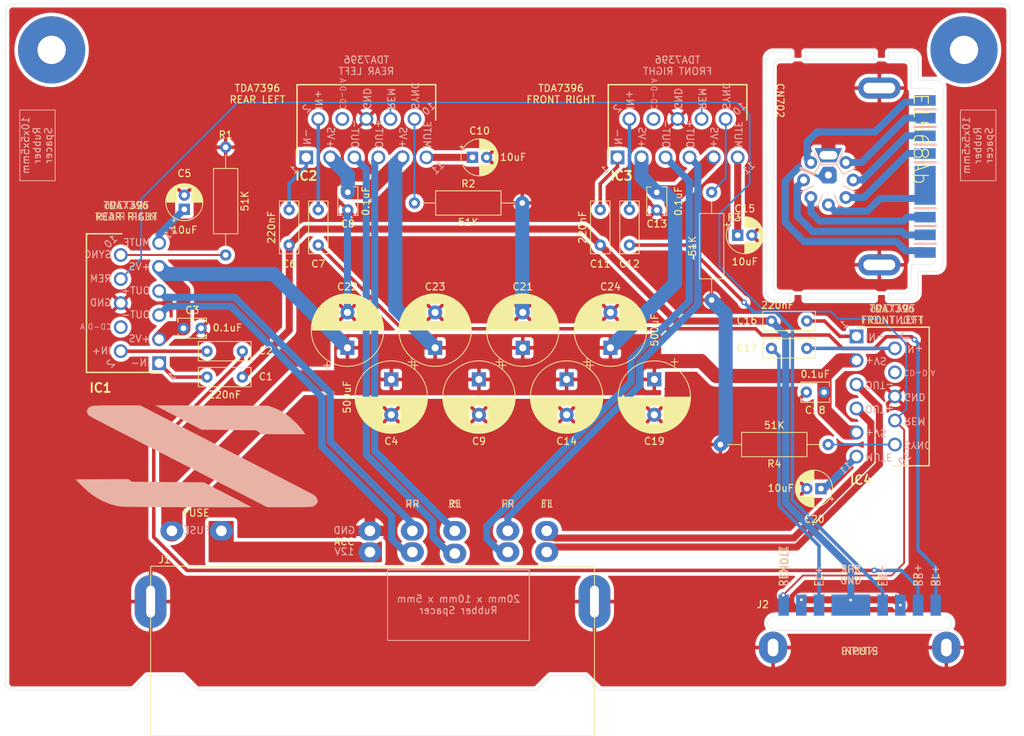
<source format=kicad_pcb>
(kicad_pcb (version 20211014) (generator pcbnew)
  (layers (0 "F.Cu" signal) (31 "B.Cu" signal) (34 "B.Paste" user) (35 "F.Paste" user) (36 "B.SilkS" user "B.Silkscreen") (37 "F.SilkS" user "F.Silkscreen") (38 "B.Mask" user) (39 "F.Mask" user) (44 "Edge.Cuts" user))
  (net 0 "")
  (net 1 "FL-IN-")
  (net 2 "Net-(C1-Pad1)")
  (net 3 "FL-IN+")
  (net 4 "Net-(C2-Pad1)")
  (net 5 "Earth")
  (net 6 "VCC")
  (net 7 "Net-(C5-Pad1)")
  (net 8 "Net-(IC1-Pad10)")
  (net 9 "Net-(IC1-Pad4)")
  (net 10 "FL+")
  (net 11 "FL-")
  (net 12 "Net-(C6-Pad1)")
  (net 13 "FR-IN+")
  (net 14 "Net-(C7-Pad1)")
  (net 15 "Net-(C10-Pad1)")
  (net 16 "Net-(IC2-Pad10)")
  (net 17 "Net-(IC2-Pad4)")
  (net 18 "FR+")
  (net 19 "FR-")
  (net 20 "Net-(C11-Pad1)")
  (net 21 "RL-IN+")
  (net 22 "Net-(C12-Pad1)")
  (net 23 "Net-(C15-Pad1)")
  (net 24 "Net-(IC3-Pad10)")
  (net 25 "Net-(IC3-Pad4)")
  (net 26 "RL+")
  (net 27 "RL-")
  (net 28 "Net-(C16-Pad1)")
  (net 29 "RR-IN+")
  (net 30 "Net-(C17-Pad1)")
  (net 31 "Net-(C20-Pad1)")
  (net 32 "Net-(IC4-Pad10)")
  (net 33 "Net-(IC4-Pad4)")
  (net 34 "RR+")
  (net 35 "RR-")
  (net 36 "Net-(J1-Pad2)")
  (net 37 "REMOTE")
  (net 38 "Net-(J3-Pad4)")
  (net 39 "Net-(J3-Pad7)")
  (net 40 "Net-(J3-Pad6)")
  (net 41 "Net-(J3-Pad3)")
  (net 42 "Net-(J3-Pad8)")
  (net 43 "Net-(J3-Pad5)")
  (net 44 "Net-(J3-Pad1)")
  (net 45 "Net-(J3-Pad2)")
  (net 46 "Net-(H3-Pad1)")
  (footprint "MountingHole:MountingHole_4.3mm_M4_ISO14580_Pad_TopBottom" (layer "F.Cu") (at 83.4988 45.1537)
    (fp_text reference "H1" hide)
    (fp_text value "MountingHole")
  )
  (footprint "MountingHole:MountingHole_4.3mm_M4_ISO14580_Pad_TopBottom" (layer "F.Cu") (at 212.499 45.1537)
    (fp_text reference "H2" hide)
    (fp_text value "MountingHole")
  )
  (footprint "Capacitor_THT:CP_Radial_D5.0mm_P2.00mm" (layer "F.Cu") (at 143.002 60.35)
    (fp_text reference "C10")
    (fp_text value "10uF")
  )
  (footprint "Capacitor_THT:CP_Radial_D5.0mm_P2.00mm" (layer "F.Cu") (at 180.499 71.35194)
    (fp_text reference "C15")
    (fp_text value "10uF")
  )
  (footprint "SamacSys_Parts:TO170P500X1960X2210-11P" (layer "F.Cu") (at 119.499 60.35)
    (fp_text reference "IC2")
    (fp_text value "E-TDA7396" hide)
  )
  (footprint "SamacSys_Parts:Z31 Input Connector" (layer "F.Cu") (at 186.999 123.654)
    (fp_text reference "J2")
    (fp_text value "Conn_01x09_Male")
  )
  (footprint "SamacSys_Parts:TO170P500X1960X2210-11P" (layer "F.Cu") (at 163.499 60.35)
    (fp_text reference "IC3")
    (fp_text value "E-TDA7396" hide)
  )
  (footprint "SamacSys_Parts:Z31 Big Connector" (layer "F.Cu") (at 100.499 113.154)
    (fp_text reference "J1")
    (fp_text value "Conn_01x13_Male")
  )
  (footprint "SamacSys_Parts:TO170P500X1960X2210-11P" (layer "F.Cu") (at 98.707 89.4537 90)
    (fp_text reference "IC1")
    (fp_text value "E-TDA7396" hide)
  )
  (footprint "Capacitor_THT:CP_Radial_D5.0mm_P2.00mm" (layer "F.Cu") (at 102.2604 67.691 90)
    (fp_text reference "C5")
    (fp_text value "10uF")
  )
  (footprint "SamacSys_Parts:TO170P500X1960X2210-11P" (layer "F.Cu") (at 197.295 85.6537 -90)
    (fp_text reference "IC4")
    (fp_text value "E-TDA7396" hide)
  )
  (footprint "Capacitor_THT:CP_Radial_D10.0mm_P5.00mm" (layer "F.Cu") (at 143.9164 91.7448 -90)
    (fp_text reference "C9")
    (fp_text value "500uF")
  )
  (footprint "Capacitor_THT:CP_Radial_D10.0mm_P5.00mm" (layer "F.Cu") (at 156.3116 91.7448 -90)
    (fp_text reference "C14")
    (fp_text value "500uF")
  )
  (footprint "Capacitor_THT:CP_Radial_D10.0mm_P5.00mm" (layer "F.Cu") (at 168.7068 91.7448 -90)
    (fp_text reference "C19")
    (fp_text value "500uF")
  )
  (footprint "Capacitor_THT:CP_Radial_D10.0mm_P5.00mm" (layer "F.Cu") (at 150.114 87.2744 90)
    (fp_text reference "C21")
    (fp_text value "500uF")
  )
  (footprint "Capacitor_THT:CP_Radial_D10.0mm_P5.00mm" (layer "F.Cu") (at 125.3236 87.2744 90)
    (fp_text reference "C22")
    (fp_text value "500uF")
  )
  (footprint "Capacitor_THT:CP_Radial_D10.0mm_P5.00mm" (layer "F.Cu") (at 137.7188 87.2744 90)
    (fp_text reference "C23")
    (fp_text value "500uF")
  )
  (footprint "Capacitor_THT:CP_Radial_D10.0mm_P5.00mm" (layer "F.Cu") (at 162.5092 87.2744 90)
    (fp_text reference "C24")
    (fp_text value "500uF")
  )
  (footprint "Capacitor_THT:CP_Radial_D10.0mm_P5.00mm" (layer "F.Cu") (at 131.5212 91.7448 -90)
    (fp_text reference "C4")
    (fp_text value "500uF")
  )
  (footprint "SamacSys_Parts:ZLOGO60mm" (layer "F.Cu") (at 104.0384 103.632)
    (fp_text reference "G***" hide)
    (fp_text value "LOGO" hide)
  )
  (footprint "Resistor_THT:R_Axial_DIN0309_L9.0mm_D3.2mm_P15.24mm_Horizontal" (layer "F.Cu") (at 134.799 66.802)
    (fp_text reference "R2")
    (fp_text value "51K")
  )
  (footprint "Resistor_THT:R_Axial_DIN0309_L9.0mm_D3.2mm_P15.24mm_Horizontal" (layer "F.Cu") (at 108.1024 74.1537 90)
    (fp_text reference "R1")
    (fp_text value "51K")
  )
  (footprint "Resistor_THT:R_Axial_DIN0309_L9.0mm_D3.2mm_P15.24mm_Horizontal" (layer "F.Cu") (at 193.294 100.9537 180)
    (fp_text reference "R4")
    (fp_text value "51K")
  )
  (footprint "Capacitor_THT:CP_Radial_D5.0mm_P2.00mm" (layer "F.Cu") (at 192.278 107.188 180)
    (fp_text reference "C20")
    (fp_text value "10uF")
  )
  (footprint "Capacitor_THT:C_Rect_L7.2mm_W2.5mm_P5.00mm_FKS2_FKP2_MKS2_MKP2" (layer "F.Cu") (at 117.08 67.75 -90)
    (fp_text reference "C6")
    (fp_text value "220nF")
  )
  (footprint "Capacitor_THT:C_Rect_L7.2mm_W2.5mm_P5.00mm_FKS2_FKP2_MKS2_MKP2" (layer "F.Cu") (at 121.199 67.75 -90)
    (fp_text reference "C7")
    (fp_text value "220nF")
  )
  (footprint "Capacitor_THT:C_Rect_L7.2mm_W2.5mm_P5.00mm_FKS2_FKP2_MKS2_MKP2" (layer "F.Cu") (at 105.4627 91.412)
    (fp_text reference "C1")
    (fp_text value "220nF")
  )
  (footprint "Capacitor_THT:C_Rect_L7.2mm_W2.5mm_P5.00mm_FKS2_FKP2_MKS2_MKP2" (layer "F.Cu") (at 105.4627 87.7537)
    (fp_text reference "C2")
    (fp_text value "220nF")
  )
  (footprint "Capacitor_THT:C_Rect_L7.2mm_W2.5mm_P5.00mm_FKS2_FKP2_MKS2_MKP2" (layer "F.Cu") (at 161.063 67.75 -90)
    (fp_text reference "C11")
    (fp_text value "220nF")
  )
  (footprint "Capacitor_THT:C_Rect_L7.2mm_W2.5mm_P5.00mm_FKS2_FKP2_MKS2_MKP2" (layer "F.Cu") (at 165.199 67.75 -90)
    (fp_text reference "C12")
    (fp_text value "220nF")
  )
  (footprint "Capacitor_THT:C_Rect_L7.2mm_W2.5mm_P5.00mm_FKS2_FKP2_MKS2_MKP2" (layer "F.Cu") (at 190.272 83.4872 180)
    (fp_text reference "C16")
    (fp_text value "220nF")
  )
  (footprint "Capacitor_THT:C_Rect_L7.2mm_W2.5mm_P5.00mm_FKS2_FKP2_MKS2_MKP2" (layer "F.Cu") (at 190.272 87.3537 180)
    (fp_text reference "C17")
    (fp_text value "220nF")
  )
  (footprint "Capacitor_THT:C_Disc_D3.8mm_W2.6mm_P2.50mm" (layer "F.Cu") (at 125.3744 65.278 -90)
    (fp_text reference "C8")
    (fp_text value "0.1uF")
  )
  (footprint "Capacitor_THT:C_Disc_D3.8mm_W2.6mm_P2.50mm" (layer "F.Cu") (at 169.0624 65.3034 -90)
    (fp_text reference "C13")
    (fp_text value "0.1uF")
  )
  (footprint "Capacitor_THT:C_Disc_D3.8mm_W2.6mm_P2.50mm" (layer "F.Cu") (at 192.7098 93.5482 180)
    (fp_text reference "C18")
    (fp_text value "0.1uF")
  )
  (footprint "Capacitor_THT:C_Disc_D3.8mm_W2.6mm_P2.50mm" (layer "F.Cu") (at 102.1334 84.5058)
    (fp_text reference "C3")
    (fp_text value "0.1uF")
  )
  (footprint "Resistor_THT:R_Axial_DIN0309_L9.0mm_D3.2mm_P15.24mm_Horizontal" (layer "F.Cu") (at 176.816 65.278 -90)
    (fp_text reference "R3")
    (fp_text value "51K")
  )
  (footprint "SamacSys_Parts:300ZX DIN Board Edge Connector" (layer "F.Cu") (at 206.99536 73.80194 90)
    (fp_text reference "J3" hide)
    (fp_text value "Conn_01x08_Male")
  )
  (footprint "MountingHole:MountingHole_2.5mm_Pad" (layer "F.Cu") (at 200.5222 75.55194 90)
    (fp_text reference "H3" hide)
    (fp_text value "MountingHole_Pad")
  )
  (footprint "SamacSys_Parts:Din-8 Socket" (layer "F.Cu") (at 193.3222 63.55194 180)
    (fp_text reference "J4" hide)
    (fp_text value "Conn_01x09_Female")
  )
  (footprint "MountingHole:MountingHole_2.5mm_Pad" (layer "F.Cu") (at 200.5222 50.55194 90)
    (fp_text reference "H4" hide)
    (fp_text value "MountingHole_Pad")
  )
  (gr_line (start 130.9988 128.65372) (end 130.9988 118.65372) (layer "B.SilkS") (width 0.12))
  (gr_line (start 78.9988 63.65372) (end 78.9988 53.65372) (layer "B.SilkS") (width 0.12))
  (gr_line (start 78.9988 63.65372) (end 83.9988 63.65372) (layer "B.SilkS") (width 0.12))
  (gr_line (start 83.9988 63.65372) (end 83.9988 53.65372) (layer "B.SilkS") (width 0.12))
  (gr_line (start 211.9988 63.65372) (end 216.9988 63.65372) (layer "B.SilkS") (width 0.12))
  (gr_line (start 216.9988 63.65372) (end 216.9988 53.65372) (layer "B.SilkS") (width 0.12))
  (gr_line (start 211.9988 53.65372) (end 216.9988 53.65372) (layer "B.SilkS") (width 0.12))
  (gr_line (start 211.9988 63.65372) (end 211.9988 53.65372) (layer "B.SilkS") (width 0.12))
  (gr_line (start 205.49904 53.55194) (end 208.49904 53.55194) (layer "B.SilkS") (width 0.3))
  (gr_line (start 205.49904 56.05194) (end 208.49904 56.05194) (layer "B.SilkS") (width 0.3))
  (gr_line (start 205.49904 58.55194) (end 208.49904 58.55194) (layer "B.SilkS") (width 0.3))
  (gr_line (start 205.49904 61.05194) (end 208.49904 61.05194) (layer "B.SilkS") (width 0.3))
  (gr_line (start 205.49904 70.05194) (end 208.49904 70.05194) (layer "B.SilkS") (width 0.3))
  (gr_line (start 205.49904 67.55194) (end 208.49904 67.55194) (layer "B.SilkS") (width 0.3))
  (gr_line (start 205.49904 72.55194) (end 208.49904 72.55194) (layer "B.SilkS") (width 0.3))
  (gr_line (start 78.9988 53.65372) (end 83.9988 53.65372) (layer "B.SilkS") (width 0.12))
  (gr_line (start 151.0322 118.65372) (end 151.0322 128.65372) (layer "B.SilkS") (width 0.15))
  (gr_line (start 151.0322 128.65372) (end 130.9988 128.65372) (layer "B.SilkS") (width 0.12))
  (gr_line (start 131.0322 118.65372) (end 151.0322 118.65372) (layer "B.SilkS") (width 0.15))
  (gr_line (start 218.9988 39.65372) (end 218.9988 134.65372) (layer "Edge.Cuts") (width 0.05))
  (gr_line (start 158.9988 133.65372) (end 160.9988 135.65372) (layer "Edge.Cuts") (width 0.05))
  (gr_line (start 94.9988 135.65372) (end 96.9988 133.65372) (layer "Edge.Cuts") (width 0.05))
  (gr_line (start 101.9988 133.65372) (end 103.9988 135.65372) (layer "Edge.Cuts") (width 0.05))
  (gr_line (start 96.9988 133.65372) (end 101.9988 133.65372) (layer "Edge.Cuts") (width 0.05))
  (gr_line (start 153.9988 133.65372) (end 158.9988 133.65372) (layer "Edge.Cuts") (width 0.05))
  (gr_line (start 151.9988 135.65372) (end 153.9988 133.65372) (layer "Edge.Cuts") (width 0.05))
  (gr_line (start 151.9988 135.65372) (end 103.9988 135.65372) (layer "Edge.Cuts") (width 0.05))
  (gr_line (start 207.5222 50.55194) (end 205.0222 50.55194) (layer "Edge.Cuts") (width 0.05))
  (gr_line (start 199.8222 79.55194) (end 190.0222 79.55194) (layer "Edge.Cuts") (width 0.05))
  (gr_line (start 209.5222 75.45194) (end 209.5222 50.45194) (layer "Edge.Cuts") (width 0.05))
  (gr_line (start 208.5222 76.45194) (end 206.0222 76.45194) (layer "Edge.Cuts") (width 0.05))
  (gr_line (start 199.8222 45.45194) (end 190.0222 45.45194) (layer "Edge.Cuts") (width 0.05))
  (gr_line (start 206.0222 76.45194) (end 206.0222 79.45194) (layer "Edge.Cuts") (width 0.05))
  (gr_line (start 199.8222 80.45194) (end 190.0222 80.45194) (layer "Edge.Cuts") (width 0.05))
  (gr_line (start 208.5222 49.45194) (end 206.0222 49.45194) (layer "Edge.Cuts") (width 0.05))
  (gr_line (start 206.0222 49.45194) (end 206.0222 46.45194) (layer "Edge.Cuts") (width 0.05))
  (gr_arc (start 185.5222 80.45194) (mid 184.815093 80.159047) (end 184.5222 79.45194) (layer "Edge.Cuts") (width 0.05))
  (gr_arc (start 206.0222 79.45194) (mid 205.729307 80.159047) (end 205.0222 80.45194) (layer "Edge.Cuts") (width 0.05))
  (gr_arc (start 205.0222 45.45194) (mid 205.729307 45.744833) (end 206.0222 46.45194) (layer "Edge.Cuts") (width 0.05))
  (gr_arc (start 184.5222 46.45194) (mid 184.815093 45.744833) (end 185.5222 45.45194) (layer "Edge.Cuts") (width 0.05))
  (gr_arc (start 208.5222 49.45194) (mid 209.229307 49.744833) (end 209.5222 50.45194) (layer "Edge.Cuts") (width 0.05))
  (gr_arc (start 209.5222 75.45194) (mid 209.229307 76.159047) (end 208.5222 76.45194) (layer "Edge.Cuts") (width 0.05))
  (gr_arc (start 208.5222 74.55194) (mid 208.229307 75.259047) (end 207.5222 75.55194) (layer "Edge.Cuts") (width 0.05))
  (gr_arc (start 204.0222 46.55194) (mid 204.729307 46.844833) (end 205.0222 47.55194) (layer "Edge.Cuts") (width 0.05))
  (gr_arc (start 205.0222 78.55194) (mid 204.729307 79.259047) (end 204.0222 79.55194) (layer "Edge.Cuts") (width 0.05))
  (gr_arc (start 186.5222 79.55194) (mid 185.815093 79.259047) (end 185.5222 78.55194) (layer "Edge.Cuts") (width 0.05))
  (gr_line (start 205.0222 50.55194) (end 205.0222 47.55194) (layer "Edge.Cuts") (width 0.05))
  (gr_line (start 185.5222 78.55194) (end 185.5222 47.55194) (layer "Edge.Cuts") (width 0.05))
  (gr_line (start 205.0222 75.55194) (end 205.0222 78.55194) (layer "Edge.Cuts") (width 0.05))
  (gr_line (start 199.8222 46.55194) (end 190.0222 46.55194) (layer "Edge.Cuts") (width 0.05))
  (gr_line (start 207.5222 75.55194) (end 205.0222 75.55194) (layer "Edge.Cuts") (width 0.05))
  (gr_line (start 208.5222 74.55194) (end 208.5222 51.55194) (layer "Edge.Cuts") (width 0.05))
  (gr_line (start 184.5222 79.45194) (end 184.5222 46.45194) (layer "Edge.Cuts") (width 0.05))
  (gr_line (start 188.0222 79.55194) (end 186.5222 79.55194) (layer "Edge.Cuts") (width 0.05))
  (gr_line (start 188.0222 80.45194) (end 185.5222 80.45194) (layer "Edge.Cuts") (width 0.05))
  (gr_line (start 204.0222 79.55194) (end 201.8222 79.55194) (layer "Edge.Cuts") (width 0.05))
  (gr_line (start 205.0222 80.45194) (end 201.8222 80.45194) (layer "Edge.Cuts") (width 0.05))
  (gr_line (start 188.0222 45.45194) (end 185.5222 45.45194) (layer "Edge.Cuts") (width 0.05))
  (gr_line (start 188.0222 46.55194) (end 186.5222 46.55194) (layer "Edge.Cuts") (width 0.05))
  (gr_line (start 201.8222 45.45194) (end 205.0222 45.45194) (layer "Edge.Cuts") (width 0.05))
  (gr_line (start 204.0222 46.55194) (end 201.8222 46.55194) (layer "Edge.Cuts") (width 0.05))
  (gr_line (start 188.0222 80.45194) (end 188.0222 79.55194) (layer "Edge.Cuts") (width 0.05))
  (gr_arc (start 217.9988 38.65372) (mid 218.705907 38.946613) (end 218.9988 39.65372) (layer "Edge.Cuts") (width 0.05))
  (gr_line (start 190.0222 79.55194) (end 190.0222 80.45194) (layer "Edge.Cuts") (width 0.05))
  (gr_line (start 188.0222 45.45194) (end 188.0222 46.55194) (layer "Edge.Cuts") (width 0.05))
  (gr_arc (start 207.5222 50.55194) (mid 208.229307 50.844833) (end 208.5222 51.55194) (layer "Edge.Cuts") (width 0.05))
  (gr_line (start 199.8222 79.55194) (end 199.8222 80.45194) (layer "Edge.Cuts") (width 0.05))
  (gr_arc (start 185.5222 47.55194) (mid 185.815093 46.844833) (end 186.5222 46.55194) (layer "Edge.Cuts") (width 0.05))
  (gr_line (start 201.8222 80.45194) (end 201.8222 79.55194) (layer "Edge.Cuts") (width 0.05))
  (gr_line (start 217.9988 135.65372) (end 160.9988 135.65372) (layer "Edge.Cuts") (width 0.05))
  (gr_line (start 76.9988 39.65372) (end 76.9988 134.65372) (layer "Edge.Cuts") (width 0.05))
  (gr_arc (start 77.9988 135.65372) (mid 77.291693 135.360827) (end 76.9988 134.65372) (layer "Edge.Cuts") (width 0.05))
  (gr_arc (start 218.9988 134.65372) (mid 218.705907 135.360827) (end 217.9988 135.65372) (layer "Edge.Cuts") (width 0.05))
  (gr_line (start 77.9988 135.65372) (end 94.9988 135.65372) (layer "Edge.Cuts") (width 0.05))
  (gr_line (start 190.0222 45.45194) (end 190.0222 46.55194) (layer "Edge.Cuts") (width 0.05))
  (gr_line (start 77.9988 38.65372) (end 217.9988 38.65372) (layer "Edge.Cuts") (width 0.05))
  (gr_line (start 201.8222 46.55194) (end 201.8222 45.45194) (layer "Edge.Cuts") (width 0.05))
  (gr_arc (start 76.9988 39.65372) (mid 77.291693 38.946613) (end 77.9988 38.65372) (layer "Edge.Cuts") (width 0.05))
  (gr_line (start 199.8222 45.45194) (end 199.8222 46.55194) (layer "Edge.Cuts") (width 0.05))
  (gr_text "FL+" (at 192.0665 119.578428 270) (layer "B.SilkS") (effects (font (size 1 1)) (justify mirror)))
  (gr_text "TDA7396\nREAR LEFT" (at 127.999 47.371) (layer "B.SilkS") (effects (font (size 1 1)) (justify mirror)))
  (gr_text "TDA7396\nFRONT RIGHT" (at 171.999 47.371) (layer "B.SilkS") (effects (font (size 1 1)) (justify mirror)))
  (gr_text "TDA7396\nFRONT LEFT" (at 202.3475 82.549499) (layer "B.SilkS") (effects (font (size 1 1)) (justify mirror)))
  (gr_text "OUT+" (at 200.5584 95.9212 180) (layer "B.SilkS") (effects (font (size 1 1)) (justify mirror)))
  (gr_text "OUT-" (at 200.5584 92.5212 180) (layer "B.SilkS") (effects (font (size 1 1)) (justify mirror)))
  (gr_text "10" (at 204.1144 102.997 45) (layer "B.SilkS") (effects (font (size 1 1)) (justify mirror)))
  (gr_text "2" (at 204.1144 85.725 45) (layer "B.SilkS") (effects (font (size 1 1)) (justify mirror)))
  (gr_text "CD-DIA" (at 206.207019 90.8027 180) (layer "B.SilkS") (effects (font (size 0.8 0.8) (thickness 0.1)) (justify mirror)))
  (gr_text "+VS" (at 200.034591 99.3212 180) (layer "B.SilkS") (effects (font (size 1 1)) (justify mirror)))
  (gr_text "SYNC" (at 205.932019 101.0212 180) (layer "B.SilkS") (effects (font (size 1 1)) (justify mirror)))
  (gr_text "GND" (at 205.527257 94.2212 180) (layer "B.SilkS") (effects (font (size 1 1)) (justify mirror)))
  (gr_text "IN-" (at 199.891734 85.7212 180) (layer "B.SilkS") (effects (font (size 1 1)) (justify mirror)))
  (gr_text "IN+" (at 205.3844 87.4212 180) (layer "B.SilkS") (effects (font (size 1 1)) (justify mirror)))
  (gr_text "MUTE" (at 200.439353 102.7212 180) (layer "B.SilkS") (effects (font (size 1 1)) (justify mirror)))
  (gr_text "+VS" (at 200.034591 89.1212 180) (layer "B.SilkS") (effects (font (size 1 1)) (justify mirror)))
  (gr_text "REM" (at 205.527257 97.6212 180) (layer "B.SilkS") (effects (font (size 1 1)) (justify mirror)))
  (gr_text "1" (at 195.4784 83.947 45) (layer "B.SilkS") (effects (font (size 1 1)) (justify mirror)))
  (gr_text "11" (at 195.7324 104.267 45) (layer "B.SilkS") (effects (font (size 1 1)) (justify mirror)))
  (gr_text "10x5x5mm\nRubber\nSpacer" (at 81.4313 58.65372 90) (layer "B.SilkS") (effects (font (size 1 1)) (justify mirror)))
  (gr_text "10x5x5mm\nRubber\nSpacer" (at 214.4313 58.65372 90) (layer "B.SilkS") (effects (font (size 1 1)) (justify mirror)))
  (gr_text "+VS" (at 133.1665 57.546809 270) (layer "B.SilkS") (effects (font (size 1 1)) (justify mirror)))
  (gr_text "RL+" (at 208.5665 119.506999 270) (layer "B.SilkS") (effects (font (size 1 1)) (justify mirror)))
  (gr_text "1" (at 100.4824 91.313 45) (layer "B.SilkS") (effects (font (size 1 1)) (justify mirror)))
  (gr_text "REM" (at 175.4665 52.054143 270) (layer "B.SilkS") (effects (font (size 1 1)) (justify mirror)))
  (gr_text "10" (at 136.8044 53.467 45) (layer "B.SilkS") (effects (font (size 1 1)) (justify mirror)))
  (gr_text "SPK\nGND" (at 196.499 119.388309) (layer "B.SilkS") (effects (font (size 1 1)) (justify mirror)))
  (gr_text "+VS" (at 166.9665 57.546809 270) (layer "B.SilkS") (effects (font (size 1 1)) (justify mirror)))
  (gr_text "10" (at 180.7464 53.467 45) (layer "B.SilkS") (effects (font (size 1 1)) (justify mirror)))
  (gr_text "GND" (at 124.883 113.0865) (layer "B.SilkS") (effects (font (size 1 1)) (justify mirror)))
  (gr_text "FR+" (at 201.0665 119.48319 270) (layer "B.SilkS") (effects (font (size 1 1)) (justify mirror)))
  (gr_text "10" (at 91.8464 72.263 45) (layer "B.SilkS") (effects (font (size 1 1)) (justify mirror)))
  (gr_text "CD-DIA" (at 168.648 51.374381 270) (layer "B.SilkS") (effects (font (size 0.8 0.8) (thickness 0.1)) (justify mirror)))
  (gr_text "GND" (at 128.0665 52.054143 270) (layer "B.SilkS") (effects (font (size 1 1)) (justify mirror)))
  (gr_text "MUTE" (at 180.5665 57.142047 270) (layer "B.SilkS") (effects (font (size 1 1)) (justify mirror)))
  (gr_text "RL" (at 140.499 109.344) (layer "B.SilkS") (effects (font (size 1 1)) (justify mirror)))
  (gr_text "SYNC" (at 178.8665 51.649381 270) (layer "B.SilkS") (effects (font (size 1 1)) (justify mirror)))
  (gr_text "IN+" (at 165.2665 52.197 270) (layer "B.SilkS") (effects (font (size 1 1)) (justify mirror)))
  (gr_text "REM" (at 131.4665 52.054143 270) (layer "B.SilkS") (effects (font (size 1 1)) (justify mirror)))
  (gr_text "+VS" (at 177.1665 57.546809 270) (layer "B.SilkS") (effects (font (size 1 1)) (justify mirror)))
  (gr_text "1" (at 117.7544 62.103 45) (layer "B.SilkS") (effects (font (size 1 1)) (justify mirror)))
  (gr_text "OUT+" (at 95.4024 79.1862) (layer "B.SilkS") (effects (font (size 1 1)) (justify mirror)))
  (gr_text "IN-" (at 163.5665 57.689666 270) (layer "B.SilkS") (effects (font (size 1 1)) (justify mirror)))
  (gr_text "OUT+" (at 173.7665 57.023 270) (layer "B.SilkS") (effects (font (size 1 1)) (justify mirror)))
  (gr_text "11" (at 138.0744 61.849 45) (layer "B.SilkS") (effects (font (size 1 1)) (justify mirror)))
  (gr_text "GND" (at 90.433543 80.8862) (layer "B.SilkS") (effects (font (size 1 1)) (justify mirror)))
  (gr_text "OUT-" (at 126.3665 57.023 270) (layer "B.SilkS") (effects (font (size 1 1)) (justify mirror)))
  (gr_text "+VS" (at 95.926209 85.9862) (layer "B.SilkS") (effects (font (size 1 1)) (justify mirror)))
  (gr_text "12V" (at 124.883 116.0865) (layer "B.SilkS") (effects (font (size 1 1)) (justify mirror)))
  (gr_text "2" (at 91.8464 89.535 45) (layer "B.SilkS") (effects (font (size 1 1)) (justify mirror)))
  (gr_text "IN-" (at 96.069066 89.3862) (layer "B.SilkS") (effects (font (size 1 1)) (justify mirror)))
  (gr_text "FL" (at 153.499 109.344) (layer "B.SilkS") (effects (font (size 1 1)) (justify mirror)))
  (gr_text "11" (at 182.0164 61.849 45) (layer "B.SilkS") (effects (font (size 1 1)) (justify mirror)))
  (gr_text "11" (at 100.2284 70.993 45) (layer "B.SilkS") (effects (font (size 1 1)) (justify mirror)))
  (gr_text "IN+" (at 90.5764 87.6862) (layer "B.SilkS") (effects (font (size 1 1)) (justify mirror)))
  (gr_text "CD-DIA" (at 89.753781 84.3047) (layer "B.SilkS") (effects (font (size 0.8 0.8) (thickness 0.1)) (justify mirror)))
  (gr_text "OUT+" (at 129.7665 57.023 270) (layer "B.SilkS") (effects (font (size 1 1)) (justify mirror)))
  (gr_text "FR" (at 147.999 109.344) (layer "B.SilkS") (effects (font (size 1 1)) (justify mirror)))
  (gr_text "OUT-" (at 95.4024 82.5862) (layer "B.SilkS") (effects (font (size 1 1)) (justify mirror)))
  (gr_text "MUTE" (at 136.5665 57.142047 270) (layer "B.SilkS") (effects (font (size 1 1)) (justify mirror)))
  (gr_text "20mm x 10mm x 5mm\nRubber Spacer" (at 141.0155 123.58622) (layer "B.SilkS") (effects (font (size 1 1)) (justify mirror)))
  (gr_text "OUT-" (at 170.3665 57.023 270) (layer "B.SilkS") (effects (font (size 1 1)) (justify mirror)))
  (gr_text "SYNC" (at 134.8665 51.649381 270) (layer "B.SilkS") (effects (font (size 1 1)) (justify mirror)))
  (gr_text "RR+" (at 206.0665 119.411761 270) (layer "B.SilkS") (effects (font (size 1 1)) (justify mirror)))
  (gr_text "FUSE" (at 103.999 113.0865) (layer "B.SilkS") (effects (font (size 1 1)) (justify mirror)))
  (gr_text "2" (at 163.4744 53.467 45) (layer "B.SilkS") (effects (font (size 1 1)) (justify mirror)))
  (gr_text "CD-DIA" (at 124.648 51.374381 270) (layer "B.SilkS") (effects (font (size 0.8 0.8) (thickness 0.1)) (justify mirror)))
  (gr_text "2" (at 119.5324 53.467 45) (layer "B.SilkS") (effects (font (size 1 1)) (justify mirror)))
  (gr_text "RR" (at 134.499 109.344) (layer "B.SilkS") (effects (font (size 1 1)) (justify mirror)))
  (gr_text "INPUTS" (at 197.749 130.175) (layer "B.SilkS") (effects (font (size 1 1)) (justify mirror)))
  (gr_text "GND" (at 172.0665 52.054143 270) (layer "B.SilkS") (effects (font (size 1 1)) (justify mirror)))
  (gr_text "REMOTE" (at 187.0665 118.149856 270) (layer "B.SilkS") (effects (font (size 1 1)) (justify mirror)))
  (gr_text "SYNC" (at 90.028781 74.0862) (layer "B.SilkS") (effects (font (size 1 1)) (justify mirror)))
  (gr_text "1" (at 161.6964 62.103 45) (layer "B.SilkS") (effects (font (size 1 1)) (justify mirror)))
  (gr_text "REM" (at 90.433543 77.4862) (layer "B.SilkS") (effects (font (size 1 1)) (justify mirror)))
  (gr_text "TDA7396\nREAR RIGHT" (at 94.0545 67.945) (layer "B.SilkS") (effects (font (size 1 1)) (justify mirror)))
  (gr_text "MUTE" (at 95.521447 72.3862) (layer "B.SilkS") (effects (font (size 1 1)) (justify mirror)))
  (gr_text "IN+" (at 121.2665 52.197 270) (layer "B.SilkS") (effects (font (size 1 1)) (justify mirror)))
  (gr_text "+VS" (at 95.926209 75.7862) (layer "B.SilkS") (effects (font (size 1 1)) (justify mirror)))
  (gr_text "+VS" (at 122.9665 57.546809 270) (layer "B.SilkS") (effects (font (size 1 1)) (justify mirror)))
  (gr_text "IN-" (at 119.5665 57.689666 270) (layer "B.SilkS") (effects (font (size 1 1)) (justify mirror)))
  (gr_text "FR+" (at 200.9315 119.48319 90) (layer "F.SilkS") (effects (font (size 1 1))))
  (gr_text "TDA7396\nREAR LEFT" (at 112.5965 51.377499) (layer "F.SilkS") (effects (font (size 1 1))))
  (gr_text "TDA7396\nFRONT RIGHT" (at 155.5225 51.377499) (layer "F.SilkS") (effects (font (size 1 1))))
  (gr_text "TDA7396\nFRONT LEFT" (at 202.3475 82.549499) (layer "F.SilkS") (effects (font (size 1 1))))
  (gr_text "CN702" (at 186.50264 52.3079 270) (layer "F.SilkS") (effects (font (size 1 1))))
  (gr_text "E1568Ab" (at 206.3756 57.75874 270) (layer "F.SilkS") (effects (font (size 2 2))))
  (gr_text "REMOTE" (at 186.9315 118.149857 90) (layer "F.SilkS") (effects (font (size 1 1))))
  (gr_text "FL+" (at 191.9315 119.578428 90) (layer "F.SilkS") (effects (font (size 1 1))))
  (gr_text "RL+" (at 208.4315 119.507 90) (layer "F.SilkS") (effects (font (size 1 1))))
  (gr_text "INPUTS" (at 197.749 130.175) (layer "F.SilkS") (effects (font (size 1 1))))
  (gr_text "SPK\nGND" (at 196.499 119.388309) (layer "F.SilkS") (effects (font (size 1 1))))
  (gr_text "RR+" (at 205.9315 119.411762 90) (layer "F.SilkS") (effects (font (size 1 1))))
  (gr_text "TDA7396\nREAR RIGHT" (at 94.0545 67.945) (layer "F.SilkS") (effects (font (size 1 1))))
  (segment (start 185.272 83.4872) (end 171.8002 83.4872) (width 1) (layer "F.Cu") (net 1))
  (segment (start 117.094 84.7807) (end 110.4627 91.412) (width 1) (layer "F.Cu") (net 1))
  (segment (start 189.499 122.904) (end 196.501 122.904) (width 1) (layer "F.Cu") (net 1))
  (segment (start 202.749 122.904) (end 203.499 123.654) (width 1) (layer "F.Cu") (net 1))
  (segment (start 196.501 122.904) (end 196.469 122.936) (width 1) (layer "F.Cu") (net 1))
  (segment (start 119.345 70.485) (end 117.08 72.75) (width 1) (layer "F.Cu") (net 1))
  (segment (start 117.094 72.764) (end 117.094 84.7807) (width 1) (layer "F.Cu") (net 1))
  (segment (start 158.798 70.485) (end 119.345 70.485) (width 1) (layer "F.Cu") (net 1))
  (segment (start 171.8002 83.4872) (end 161.063 72.75) (width 1) (layer "F.Cu") (net 1))
  (segment (start 161.063 72.75) (end 158.798 70.485) (width 1) (layer "F.Cu") (net 1))
  (segment (start 117.08 72.75) (end 117.094 72.764) (width 1) (layer "F.Cu") (net 1))
  (segment (start 196.501 122.904) (end 202.749 122.904) (width 1) (layer "F.Cu") (net 1))
  (via (at 196.469 122.936) (size 0.8) (drill 0.4) (layers "F.Cu" "B.Cu") (net 1))
  (via (at 203.499 123.654) (size 0.8) (drill 0.4) (layers "F.Cu" "B.Cu") (net 1))
  (via (at 189.499 122.904) (size 0.8) (drill 0.4) (layers "F.Cu" "B.Cu") (net 1))
  (segment (start 196.499 118.422082) (end 187.284411 109.207493) (width 1) (layer "B.Cu") (net 1))
  (segment (start 189.499 123.654) (end 189.499 122.904) (width 1) (layer "B.Cu") (net 1))
  (segment (start 187.284411 109.207493) (end 187.284411 85.499611) (width 1) (layer "B.Cu") (net 1))
  (segment (start 196.499 123.654) (end 196.499 118.422082) (width 1) (layer "B.Cu") (net 1))
  (segment (start 187.284411 85.499611) (end 185.272 83.4872) (width 1) (layer "B.Cu") (net 1))
  (segment (start 105.4627 91.412) (end 100.6653 91.412) (width 0.5) (layer "F.Cu") (net 2))
  (segment (start 100.6653 91.412) (end 98.707 89.4537) (width 0.5) (layer "F.Cu") (net 2))
  (segment (start 191.999 115.2656) (end 186.3344 109.601) (width 0.5) (layer "B.Cu") (net 3))
  (segment (start 186.3344 109.601) (end 186.3344 88.4161) (width 0.5) (layer "B.Cu") (net 3))
  (segment (start 191.999 123.654) (end 191.999 115.2656) (width 0.5) (layer "B.Cu") (net 3))
  (segment (start 186.3344 88.4161) (end 185.272 87.3537) (width 0.5) (layer "B.Cu") (net 3))
  (segment (start 105.4627 87.7537) (end 93.277 87.7537) (width 0.5) (layer "F.Cu") (net 4))
  (segment (start 178.799 100.2087) (end 178.054 100.9537) (width 2) (layer "B.Cu") (net 5))
  (segment (start 176.816 80.518) (end 178.799 82.501) (width 2) (layer "B.Cu") (net 5))
  (segment (start 125.3236 67.8288) (end 125.3744 67.778) (width 1) (layer "B.Cu") (net 5))
  (segment (start 150.039 66.802) (end 150.039 82.1994) (width 2) (layer "B.Cu") (net 5))
  (segment (start 178.799 82.501) (end 178.799 100.2087) (width 2) (layer "B.Cu") (net 5))
  (segment (start 125.3236 82.2744) (end 125.3236 67.8288) (width 1) (layer "B.Cu") (net 5))
  (segment (start 150.039 82.1994) (end 150.114 82.2744) (width 2) (layer "B.Cu") (net 5))
  (segment (start 175.3362 89.154) (end 168.5036 89.154) (width 2) (layer "F.Cu") (net 6))
  (segment (start 128.171 65.278) (end 125.3744 65.278) (width 2) (layer "F.Cu") (net 6))
  (segment (start 192.772 91.2596) (end 192.7098 91.2596) (width 2) (layer "F.Cu") (net 6))
  (segment (start 102.1334 84.5058) (end 100.2549 84.5058) (width 2) (layer "F.Cu") (net 6))
  (segment (start 169.15 65.25) (end 169.2034 65.3034) (width 2) (layer "F.Cu") (net 6))
  (segment (start 195.8753 99.2537) (end 197.295 99.2537) (width 2) (layer "F.Cu") (net 6))
  (segment (start 100.2549 84.5058) (end 98.707 86.0537) (width 2) (layer "F.Cu") (net 6))
  (segment (start 172.1456 65.3034) (end 177.099 60.35) (width 2) (layer "F.Cu") (net 6))
  (segment (start 102.1334 79.2801) (end 102.1334 84.5058) (width 2) (layer "F.Cu") (net 6))
  (segment (start 194.9779 89.0537) (end 192.772 91.2596) (width 2) (layer "F.Cu") (net 6))
  (segment (start 100.499 113.154) (end 100.499 109.813) (width 3) (layer "F.Cu") (net 6))
  (segment (start 118.364 91.948) (end 124.968 91.948) (width 3) (layer "F.Cu") (net 6))
  (segment (start 133.099 60.35) (end 128.171 65.278) (width 2) (layer "F.Cu") (net 6))
  (segment (start 192.772 91.2596) (end 177.4418 91.2596) (width 2) (layer "F.Cu") (net 6))
  (segment (start 192.772 93.2955) (end 192.758 93.2815) (width 2) (layer "F.Cu") (net 6))
  (segment (start 98.707 75.8537) (end 102.1334 79.2801) (width 2) (layer "F.Cu") (net 6))
  (segment (start 192.772 91.2596) (end 192.772 93.2955) (width 2) (layer "F.Cu") (net 6))
  (segment (start 100.499 109.813) (end 118.364 91.948) (width 3) (layer "F.Cu") (net 6))
  (segment (start 100.439 113.154) (end 100.499 113.154) (width 3) (layer "F.Cu") (net 6))
  (segment (start 192.772 91.2596) (end 192.772 96.1504) (width 2) (layer "F.Cu") (net 6))
  (segment (start 197.295 89.0537) (end 194.9779 89.0537) (width 2) (layer "F.Cu") (net 6))
  (segment (start 169.2034 65.3034) (end 172.1456 65.3034) (width 2) (layer "F.Cu") (net 6))
  (segment (start 177.4418 91.2596) (end 175.3362 89.154) (width 2) (layer "F.Cu") (net 6))
  (segment (start 192.772 96.1504) (end 195.8753 99.2537) (width 2) (layer "F.Cu") (net 6))
  (segment (start 122.899 60.35) (end 125.3744 62.8254) (width 2) (layer "B.Cu") (net 6))
  (segment (start 170.1038 65.3034) (end 169.0624 65.3034) (width 2) (layer "B.Cu") (net 6))
  (segment (start 99.681999 76.828699) (end 98.707 75.8537) (width 2) (layer "B.Cu") (net 6))
  (segment (start 169.009 65.25) (end 169.15 65.25) (width 2) (layer "B.Cu") (net 6))
  (segment (start 132.08 61.369) (end 133.099 60.35) (width 2) (layer "B.Cu") (net 6))
  (segment (start 171.6532 66.8528) (end 170.1038 65.3034) (width 2) (layer "B.Cu") (net 6))
  (segment (start 132.08 81.6356) (end 132.08 61.369) (width 2) (layer "B.Cu") (net 6))
  (segment (start 137.7188 87.2744) (end 132.08 81.6356) (width 2) (layer "B.Cu") (net 6))
  (segment (start 125.3744 62.8254) (end 125.3744 65.278) (width 2) (layer "B.Cu") (net 6))
  (segment (start 162.5092 87.2744) (end 171.6532 78.1304) (width 2) (layer "B.Cu") (net 6))
  (segment (start 166.899 60.35) (end 166.899 63.14) (width 2) (layer "B.Cu") (net 6))
  (segment (start 125.3236 87.2744) (end 114.877899 76.828699) (width 2) (layer "B.Cu") (net 6))
  (segment (start 114.877899 76.828699) (end 99.681999 76.828699) (width 2) (layer "B.Cu") (net 6))
  (segment (start 166.899 63.14) (end 169.009 65.25) (width 2) (layer "B.Cu") (net 6))
  (segment (start 171.6532 78.1304) (end 171.6532 66.8528) (width 2) (layer "B.Cu") (net 6))
  (segment (start 98.707 71.2444) (end 102.2604 67.691) (width 1) (layer "B.Cu") (net 7))
  (segment (start 98.707 72.4537) (end 98.707 71.2444) (width 1) (layer "B.Cu") (net 7))
  (segment (start 93.277 74.1537) (end 108.1024 74.1537) (width 0.254) (layer "F.Cu") (net 8))
  (segment (start 199.332989 103.261941) (end 199.332989 97.891689) (width 1) (layer "F.Cu") (net 10))
  (segment (start 154.702507 114.173) (end 188.42193 114.173) (width 1) (layer "F.Cu") (net 10))
  (segment (start 199.332989 97.891689) (end 197.295 95.8537) (width 1) (layer "F.Cu") (net 10))
  (segment (start 153.36399 114.07899) (end 154.608497 114.07899) (width 1) (layer "F.Cu") (net 10))
  (segment (start 152.439 113.154) (end 153.36399 114.07899) (width 1) (layer "F.Cu") (net 10))
  (segment (start 188.42193 114.173) (end 199.332989 103.261941) (width 1) (layer "F.Cu") (net 10))
  (segment (start 154.608497 114.07899) (end 154.702507 114.173) (width 1) (layer "F.Cu") (net 10))
  (segment (start 188.849 115.443) (end 200.533 103.759) (width 1) (layer "F.Cu") (net 11))
  (segment (start 200.533 95.6917) (end 197.295 92.4537) (width 1) (layer "F.Cu") (net 11))
  (segment (start 153.15 115.443) (end 188.849 115.443) (width 1) (layer "F.Cu") (net 11))
  (segment (start 200.533 103.759) (end 200.533 95.6917) (width 1) (layer "F.Cu") (net 11))
  (segment (start 152.439 116.154) (end 153.15 115.443) (width 1) (layer "F.Cu") (net 11))
  (segment (start 117.08 64.0713) (end 117.08 67.75) (width 0.5) (layer "B.Cu") (net 12))
  (segment (start 119.499 60.35) (end 119.499 61.6523) (width 0.5) (layer "B.Cu") (net 12))
  (segment (start 119.499 61.6523) (end 117.08 64.0713) (width 0.5) (layer "B.Cu") (net 12))
  (segment (start 165.199 72.75) (end 173.29508 72.75) (width 0.5) (layer "F.Cu") (net 13))
  (segment (start 173.29508 72.75) (end 181.3988 80.85372) (width 0.5) (layer "F.Cu") (net 13))
  (via (at 181.3988 80.85372) (size 0.8) (drill 0.4) (layers "F.Cu" "B.Cu") (net 13))
  (segment (start 188.234422 84.59962) (end 185.872001 82.237199) (width 0.5) (layer "B.Cu") (net 13))
  (segment (start 200.999 121.578564) (end 188.234422 108.813986) (width 0.5) (layer "B.Cu") (net 13))
  (segment (start 185.872001 82.237199) (end 182.782279 82.237199) (width 0.5) (layer "B.Cu") (net 13))
  (segment (start 182.782279 82.237199) (end 181.3988 80.85372) (width 0.5) (layer "B.Cu") (net 13))
  (segment (start 188.234422 108.813986) (end 188.234422 84.59962) (width 0.5) (layer "B.Cu") (net 13))
  (segment (start 200.999 123.654) (end 200.999 121.578564) (width 0.5) (layer "B.Cu") (net 13))
  (segment (start 121.199 54.92) (end 121.199 67.75) (width 0.5) (layer "B.Cu") (net 14))
  (segment (start 136.499 60.35) (end 143.002 60.35) (width 1) (layer "F.Cu") (net 15))
  (segment (start 134.799 54.92) (end 134.799 66.802) (width 0.254) (layer "B.Cu") (net 16))
  (segment (start 166.624 92.6084) (end 166.624 89.408) (width 1) (layer "B.Cu") (net 18))
  (segment (start 147.999 111.2334) (end 166.624 92.6084) (width 1) (layer "B.Cu") (net 18))
  (segment (start 146.939 113.154) (end 147.999 113.154) (width 1) (layer "B.Cu") (net 18))
  (segment (start 174.858021 81.173979) (end 174.858021 61.509021) (width 1) (layer "B.Cu") (net 18))
  (segment (start 147.999 113.154) (end 147.999 111.2334) (width 1) (layer "B.Cu") (net 18))
  (segment (start 174.858021 61.509021) (end 173.699 60.35) (width 1) (layer "B.Cu") (net 18))
  (segment (start 166.624 89.408) (end 174.858021 81.173979) (width 1) (layer "B.Cu") (net 18))
  (segment (start 145.034 112.50133) (end 165.423989 92.111341) (width 1) (layer "B.Cu") (net 19))
  (segment (start 173.65801 63.70901) (end 170.299 60.35) (width 1) (layer "B.Cu") (net 19))
  (segment (start 165.423989 88.91094) (end 173.65801 80.67692) (width 1) (layer "B.Cu") (net 19))
  (segment (start 146.939 116.154) (end 145.034 114.249) (width 1) (layer "B.Cu") (net 19))
  (segment (start 173.65801 80.67692) (end 173.65801 63.70901) (width 1) (layer "B.Cu") (net 19))
  (segment (start 165.423989 92.111341) (end 165.423989 88.91094) (width 1) (layer "B.Cu") (net 19))
  (segment (start 145.034 114.249) (end 145.034 112.50133) (width 1) (layer "B.Cu") (net 19))
  (segment (start 163.499 60.35) (end 163.499 61.6523) (width 0.5) (layer "F.Cu") (net 20))
  (segment (start 163.499 61.6523) (end 161.063 64.0883) (width 0.5) (layer "F.Cu") (net 20))
  (segment (start 161.063 64.0883) (end 161.063 67.75) (width 0.5) (layer "F.Cu") (net 20))
  (segment (start 183.0324 84.582) (end 183.9214 85.471) (width 0.5) (layer "F.Cu") (net 21))
  (segment (start 133.031 84.582) (end 183.0324 84.582) (width 0.5) (layer "F.Cu") (net 21))
  (segment (start 205.086001 85.706001) (end 205.486 86.106) (width 0.5) (layer "F.Cu") (net 21))
  (segment (start 193.421 85.471) (end 195.326 87.376) (width 0.5) (layer "F.Cu") (net 21))
  (segment (start 195.326 87.376) (end 199.83738 87.376) (width 0.5) (layer "F.Cu") (net 21))
  (segment (start 201.507379 85.706001) (end 205.086001 85.706001) (width 0.5) (layer "F.Cu") (net 21))
  (segment (start 183.9214 85.471) (end 193.421 85.471) (width 0.5) (layer "F.Cu") (net 21))
  (segment (start 199.83738 87.376) (end 201.507379 85.706001) (width 0.5) (layer "F.Cu") (net 21))
  (segment (start 121.199 72.75) (end 133.031 84.582) (width 0.5) (layer "F.Cu") (net 21))
  (via (at 205.486 86.106) (size 0.8) (drill 0.4) (layers "F.Cu" "B.Cu") (net 21))
  (segment (start 208.534 118.364) (end 205.994 115.824) (width 0.5) (layer "B.Cu") (net 21))
  (segment (start 205.994 115.824) (end 205.994 86.614) (width 0.5) (layer "B.Cu") (net 21))
  (segment (start 208.499 123.654) (end 208.534 123.619) (width 0.5) (layer "B.Cu") (net 21))
  (segment (start 205.994 86.614) (end 205.486 86.106) (width 0.5) (layer "B.Cu") (net 21))
  (segment (start 208.534 123.619) (end 208.534 118.364) (width 0.5) (layer "B.Cu") (net 21))
  (segment (start 165.199 54.92) (end 165.199 67.75) (width 0.5) (layer "B.Cu") (net 22))
  (segment (start 180.499 71.35194) (end 180.5988 71.25214) (width 1) (layer "F.Cu") (net 23))
  (segment (start 180.5988 60.4498) (end 180.499 60.35) (width 1) (layer "F.Cu") (net 23))
  (segment (start 180.499 60.35) (end 180.499 71.35194) (width 1) (layer "F.Cu") (net 23))
  (segment (start 178.799 54.92) (end 178.816 54.937) (width 0.254) (layer "B.Cu") (net 24))
  (segment (start 178.816 63.278) (end 176.816 65.278) (width 0.254) (layer "B.Cu") (net 24))
  (segment (start 178.816 54.937) (end 178.816 63.278) (width 0.254) (layer "B.Cu") (net 24))
  (segment (start 140.499 113.154) (end 129.1844 101.8394) (width 1) (layer "B.Cu") (net 26))
  (segment (start 129.1844 60.8646) (end 129.699 60.35) (width 1) (layer "B.Cu") (net 26))
  (segment (start 129.1844 101.8394) (end 129.1844 60.8646) (width 1) (layer "B.Cu") (net 26))
  (segment (start 137.414 114.0206) (end 139.7474 116.354) (width 1) (layer "B.Cu") (net 27))
  (segment (start 127.984389 62.035389) (end 127.984389 102.381189) (width 1) (layer "B.Cu") (net 27))
  (segment (start 127.984389 102.381189) (end 137.414 111.8108) (width 1) (layer "B.Cu") (net 27))
  (segment (start 137.414 111.8108) (end 137.414 114.0206) (width 1) (layer "B.Cu") (net 27))
  (segment (start 139.7474 116.354) (end 140.499 116.354) (width 1) (layer "B.Cu") (net 27))
  (segment (start 126.299 60.35) (end 127.984389 62.035389) (width 1) (layer "B.Cu") (net 27))
  (segment (start 192.772 83.4872) (end 190.272 83.4872) (width 0.5) (layer "F.Cu") (net 28))
  (segment (start 197.295 85.6537) (end 194.9385 85.6537) (width 0.5) (layer "F.Cu") (net 28))
  (segment (start 194.9385 85.6537) (end 192.772 83.4872) (width 0.5) (layer "F.Cu") (net 28))
  (segment (start 97.9424 101.40537) (end 97.9424 114.046) (width 0.5) (layer "F.Cu") (net 29))
  (segment (start 110.4627 87.7537) (end 110.4627 88.88507) (width 0.5) (layer "F.Cu") (net 29))
  (segment (start 97.9424 114.046) (end 102.6414 118.745) (width 0.5) (layer "F.Cu") (net 29))
  (segment (start 110.4627 88.88507) (end 97.9424 101.40537) (width 0.5) (layer "F.Cu") (net 29))
  (segment (start 102.6414 118.745) (end 199.7964 118.745) (width 0.5) (layer "F.Cu") (net 29))
  (via (at 199.7964 118.745) (size 0.8) (drill 0.4) (layers "F.Cu" "B.Cu") (net 29))
  (segment (start 203.638687 118.745) (end 199.7964 118.745) (width 0.5) (layer "B.Cu") (net 29))
  (segment (start 205.999 123.654) (end 205.999 121.105313) (width 0.5) (layer "B.Cu") (net 29))
  (segment (start 205.999 121.105313) (end 203.638687 118.745) (width 0.5) (layer "B.Cu") (net 29))
  (segment (start 190.272 87.3537) (end 202.725 87.3537) (width 0.5) (layer "B.Cu") (net 30))
  (segment (start 192.278 107.188) (end 192.7607 107.188) (width 1) (layer "B.Cu") (net 31))
  (segment (start 192.7607 107.188) (end 197.295 102.6537) (width 1) (layer "B.Cu") (net 31))
  (segment (start 202.725 100.9537) (end 202.7247 100.954) (width 0.254) (layer "B.Cu") (net 32))
  (segment (start 193.294 100.9537) (end 202.725 100.9537) (width 0.254) (layer "B.Cu") (net 32))
  (segment (start 134.499 113.154) (end 134.499 112.1216) (width 1) (layer "B.Cu") (net 34))
  (segment (start 122.895411 100.518011) (end 122.895411 93.660011) (width 1) (layer "B.Cu") (net 34))
  (segment (start 122.895411 93.660011) (end 109.3724 80.137) (width 1) (layer "B.Cu") (net 34))
  (segment (start 134.499 112.1216) (end 122.895411 100.518011) (width 1) (layer "B.Cu") (net 34))
  (segment (start 99.5903 80.137) (end 98.707 79.2537) (width 1) (layer "B.Cu") (net 34))
  (segment (start 109.3724 80.137) (end 99.5903 80.137) (width 1) (layer "B.Cu") (net 34))
  (segment (start 131.572 114.2746) (end 131.572 111.0996) (width 1) (layer "B.Cu") (net 35))
  (segment (start 99.9537 81.407) (end 98.707 82.6537) (width 1) (layer "B.Cu") (net 35))
  (segment (start 134.499 116.154) (end 133.4514 116.154) (width 1) (layer "B.Cu") (net 35))
  (segment (start 131.572 111.0996) (end 121.6954 101.223) (width 1) (layer "B.Cu") (net 35))
  (segment (start 121.6954 101.223) (end 121.6954 94.238) (width 1) (layer "B.Cu") (net 35))
  (segment (start 108.8644 81.407) (end 99.9537 81.407) (width 1) (layer "B.Cu") (net 35))
  (segment (start 121.6954 94.238) (end 108.8644 81.407) (width 1) (layer "B.Cu") (net 35))
  (segment (start 133.4514 116.154) (end 131.572 114.2746) (width 1) (layer "B.Cu") (net 35))
  (segment (start 189.709499 119.472001) (end 202.244399 119.472001) (width 0.254) (layer "F.Cu") (net 37))
  (segment (start 204.027001 117.689399) (end 204.027001 98.855701) (width 0.254) (layer "F.Cu") (net 37))
  (segment (start 202.244399 119.472001) (end 204.027001 117.689399) (width 0.254) (layer "F.Cu") (net 37))
  (segment (start 186.944 122.2375) (end 189.709499 119.472001) (width 0.254) (layer "F.Cu") (net 37))
  (segment (start 204.027001 98.855701) (end 202.725 97.5537) (width 0.254) (layer "F.Cu") (net 37))
  (via (at 186.944 122.2375) (size 0.8) (drill 0.4) (layers "F.Cu" "B.Cu") (net 37))
  (segment (start 177.9222 68.35194) (end 182.1988 64.07534) (width 0.254) (layer "B.Cu") (net 37))
  (segment (start 186.111006 81.660188) (end 183.830448 81.660188) (width 0.254) (layer "B.Cu") (net 37))
  (segment (start 131.399 52.5986) (end 131.4196 52.578) (width 0.254) (layer "B.Cu") (net 37))
  (segment (start 131.399 54.92) (end 131.399 52.5986) (width 0.254) (layer "B.Cu") (net 37))
  (segment (start 204.3176 86.69174) (end 200.79816 83.1723) (width 0.254) (layer "B.Cu") (net 37))
  (segment (start 96.1644 66.2432) (end 109.8296 52.578) (width 0.254) (layer "B.Cu") (net 37))
  (segment (start 186.602758 82.15194) (end 186.111006 81.660188) (width 0.254) (layer "B.Cu") (net 37))
  (segment (start 194.71738 83.1723) (end 193.69702 82.15194) (width 0.254) (layer "B.Cu") (net 37))
  (segment (start 182.1988 54.36214) (end 180.41466 52.578) (width 0.254) (layer "B.Cu") (net 37))
  (segment (start 175.399 52.5914) (end 175.4124 52.578) (width 0.254) (layer "B.Cu") (net 37))
  (segment (start 96.1644 74.6663) (end 96.1644 66.2432) (width 0.254) (layer "B.Cu") (net 37))
  (segment (start 109.8296 52.578) (end 131.4196 52.578) (width 0.254) (layer "B.Cu") (net 37))
  (segment (start 183.830448 81.660188) (end 177.9222 75.75194) (width 0.254) (layer "B.Cu") (net 37))
  (segment (start 193.69702 82.15194) (end 186.602758 82.15194) (width 0.254) (layer "B.Cu") (net 37))
  (segment (start 177.9222 75.75194) (end 177.9222 68.35194) (width 0.254) (layer "B.Cu") (net 37))
  (segment (start 182.1988 64.07534) (end 182.1988 54.36214) (width 0.254) (layer "B.Cu") (net 37))
  (segment (start 204.3176 95.9611) (end 204.3176 86.69174) (width 0.254) (layer "B.Cu") (net 37))
  (segment (start 202.725 97.5537) (end 204.3176 95.9611) (width 0.254) (layer "B.Cu") (net 37))
  (segment (start 180.41466 52.578) (end 175.4124 52.578) (width 0.254) (layer "B.Cu") (net 37))
  (segment (start 200.79816 83.1723) (end 194.71738 83.1723) (width 0.254) (layer "B.Cu") (net 37))
  (segment (start 186.999 123.654) (end 186.999 122.2925) (width 0.254) (layer "B.Cu") (net 37))
  (segment (start 175.399 54.92) (end 175.399 52.5914) (width 0.254) (layer "B.Cu") (net 37))
  (segment (start 131.4196 52.578) (end 175.4124 52.578) (width 0.254) (layer "B.Cu") (net 37))
  (segment (start 186.999 122.2925) (end 186.944 122.2375) (width 0.254) (layer "B.Cu") (net 37))
  (segment (start 93.277 77.5537) (end 96.1644 74.6663) (width 0.254) (layer "B.Cu") (net 37))
  (segment (start 207.2222 65.85194) (end 206.9222 66.15194) (width 1) (layer "B.Cu") (net 38))
  (segment (start 198.822201 67.951939) (end 194.222199 67.951939) (width 1) (layer "B.Cu") (net 38))
  (segment (start 200.6222 66.15194) (end 198.822201 67.951939) (width 1) (layer "B.Cu") (net 38))
  (segment (start 194.222199 67.951939) (end 193.3222 67.05194) (width 1) (layer "B.Cu") (net 38))
  (segment (start 206.9222 66.15194) (end 200.6222 66.15194) (width 1) (layer "B.Cu") (net 38))
  (segment (start 197.9972 61.07694) (end 195.7972 61.07694) (width 1) (layer "B.Cu") (net 39))
  (segment (start 204.2722 54.80194) (end 197.9972 61.07694) (width 1) (layer "B.Cu") (net 39))
  (segment (start 206.99536 54.80194) (end 204.2722 54.80194) (width 1) (layer "B.Cu") (net 39))
  (segment (start 204.3722 57.30194) (end 198.1222 63.55194) (width 1) (layer "B.Cu") (net 40))
  (segment (start 206.99536 57.30194) (end 204.3722 57.30194) (width 1) (layer "B.Cu") (net 40))
  (segment (start 198.1222 63.55194) (end 196.8222 63.55194) (width 1) (layer "B.Cu") (net 40))
  (segment (start 190.8472 68.07694) (end 190.8472 66.02694) (width 1) (layer "B.Cu") (net 41))
  (segment (start 203.94536 69.35194) (end 192.1222 69.35194) (width 1) (layer "B.Cu") (net 41))
  (segment (start 192.1222 69.35194) (end 190.8472 68.07694) (width 1) (layer "B.Cu") (net 41))
  (segment (start 206.99536 68.80194) (end 204.49536 68.80194) (width 1) (layer "B.Cu") (net 41))
  (segment (start 204.49536 68.80194) (end 203.94536 69.35194) (width 1) (layer "B.Cu") (net 41))
  (segment (start 191.7222 56.75194) (end 190.3222 58.15194) (width 1) (layer "B.Cu") (net 42))
  (segment (start 190.3222 58.15194) (end 190.3222 60.55194) (width 1) (layer "B.Cu") (net 42))
  (segment (start 206.7418 52.551939) (end 204.11864 52.551939) (width 1) (layer "B.Cu") (net 42))
  (segment (start 199.9222 56.75194) (end 191.7222 56.75194) (width 1) (layer "B.Cu") (net 42))
  (segment (start 206.99536 52.30194) (end 206.7418 52.5555) (width 1) (layer "B.Cu") (net 42))
  (segment (start 190.3222 60.55194) (end 190.8472 61.07694) (width 1) (layer "B.Cu") (net 42))
  (segment (start 204.11864 52.5555) (end 199.9222 56.75194) (width 1) (layer "B.Cu") (net 42))
  (segment (start 204.5722 59.80194) (end 198.3472 66.02694) (width 1) (layer "B.Cu") (net 43))
  (segment (start 198.3472 66.02694) (end 195.7972 66.02694) (width 1) (layer "B.Cu") (net 43))
  (segment (start 206.99536 59.80194) (end 204.5722 59.80194) (width 1) (layer "B.Cu") (net 43))
  (segment (start 187.2222 63.68674) (end 189.157 61.75194) (width 1) (layer "B.Cu") (net 44))
  (segment (start 204.2471 73.55368) (end 202.955371 72.261951) (width 1) (layer "B.Cu") (net 44))
  (segment (start 189.932211 72.261951) (end 187.2222 69.55194) (width 1) (layer "B.Cu") (net 44))
  (segment (start 206.99536 73.80194) (end 206.7471 73.55368) (width 1) (layer "B.Cu") (net 44))
  (segment (start 202.955371 72.261951) (end 189.932211 72.261951) (width 1) (layer "B.Cu") (net 44))
  (segment (start 206.7471 73.55194) (end 204.2471 73.55194) (width 1) (layer "B.Cu") (net 44))
  (segment (start 187.2222 69.55194) (end 187.2222 63.68674) (width 1) (layer "B.Cu") (net 44))
  (segment (start 188.922201 64.451939) (end 189.8222 63.55194) (width 1) (layer "B.Cu") (net 45))
  (segment (start 188.922201 68.651941) (end 188.922201 64.451939) (width 1) (layer "B.Cu") (net 45))
  (segment (start 191.08836 70.8181) (end 188.922201 68.651941) (width 1) (layer "B.Cu") (net 45))
  (segment (start 204.22264 71.32356) (end 203.71718 70.8181) (width 1) (layer "B.Cu") (net 45))
  (segment (start 203.71718 70.8181) (end 191.08836 70.8181) (width 1) (layer "B.Cu") (net 45))
  (segment (start 206.59754 71.32356) (end 204.22264 71.32356) (width 1) (layer "B.Cu") (net 45))
  (zone (net 46) (net_name "Net-(H3-Pad1)") (layer "F.Cu") (priority 2) (connect_pads (clearance 0.508)) (min_thickness 0.254) (fill yes (thermal_gap 0.508) (thermal_bridge_width 0.508))
    (polygon (pts (xy 204.6992 46.78594) (xy 204.6992 79.29794) (xy 185.6492 79.29794) (xy 185.6492 46.78594)))
  )
  (zone (net 36) (net_name "Net-(J1-Pad2)") (layer "F.Cu") (priority 2) (connect_pads yes (clearance 0.508)) (min_thickness 0.254) (fill yes (thermal_gap 0.508) (thermal_bridge_width 0.508) (smoothing chamfer))
    (polygon (pts (xy 109.2454 114.681) (xy 130.2004 114.681) (xy 130.2004 117.602) (xy 105.6894 117.602) (xy 105.6894 111.76) (xy 109.2454 111.76)))
  )
  (zone (net 6) (net_name "VCC") (layer "F.Cu") (priority 2) (connect_pads (clearance 0.508)) (min_thickness 0.254) (fill yes (thermal_gap 0.508) (thermal_bridge_width 0.508) (smoothing chamfer))
    (polygon (pts (xy 169.672 93.98) (xy 123.444 93.98) (xy 123.444 85.344) (xy 169.672 85.344)))
  )
  (zone (net 5) (net_name "Earth") (layer "F.Cu") (priority 1) (connect_pads (clearance 0.508)) (min_thickness 0.254) (fill yes (thermal_gap 0.508) (thermal_bridge_width 0.508))
    (polygon (pts (xy 220.98 137.16) (xy 76.2 137.16) (xy 76.2 38.1) (xy 220.98 38.1)))
  )
  (zone (net 44) (net_name "Net-(J3-Pad1)") (layer "B.Cu") (priority 2) (connect_pads yes (clearance 0.254)) (min_thickness 0.254) (fill yes (thermal_gap 0.1) (thermal_bridge_width 0.255))
    (polygon (pts (xy 194.5046 62.17194) (xy 194.5046 63.69594) (xy 194.0982 64.05154) (xy 192.5742 64.05154) (xy 191.863 63.23874) (xy 188.8531 61.85444) (xy 188.9801 61.47344) (xy 191.863 62.83234) (xy 192.5742 61.66394) (xy 194.0982 61.66394)))
  )
)
</source>
